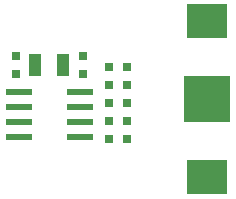
<source format=gtp>
G75*
%MOIN*%
%OFA0B0*%
%FSLAX25Y25*%
%IPPOS*%
%LPD*%
%AMOC8*
5,1,8,0,0,1.08239X$1,22.5*
%
%ADD10R,0.03150X0.03150*%
%ADD11R,0.13780X0.11417*%
%ADD12R,0.15591X0.15591*%
%ADD13R,0.04331X0.07480*%
%ADD14R,0.08661X0.02362*%
D10*
X0044900Y0040733D03*
X0050900Y0040733D03*
X0050900Y0046733D03*
X0044900Y0046733D03*
X0044900Y0052733D03*
X0050900Y0052733D03*
X0050900Y0058733D03*
X0044900Y0058733D03*
X0036400Y0062233D03*
X0044900Y0064733D03*
X0050900Y0064733D03*
X0036400Y0068233D03*
X0013900Y0068233D03*
X0013900Y0062233D03*
D11*
X0077650Y0079967D03*
X0077650Y0027999D03*
D12*
X0077650Y0053983D03*
D13*
X0029874Y0065233D03*
X0020426Y0065233D03*
D14*
X0014914Y0056483D03*
X0014914Y0051483D03*
X0014914Y0046483D03*
X0014914Y0041483D03*
X0035386Y0041483D03*
X0035386Y0046483D03*
X0035386Y0051483D03*
X0035386Y0056483D03*
M02*

</source>
